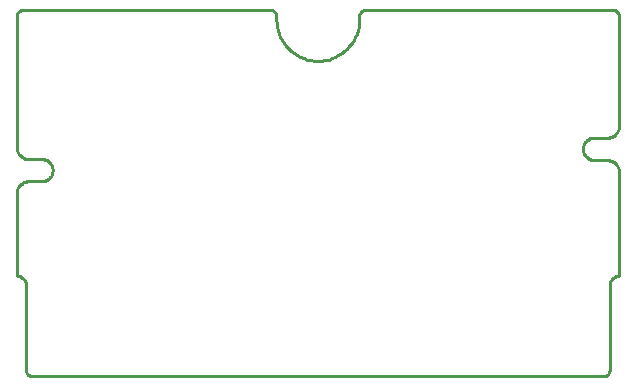
<source format=gbr>
G04 EAGLE Gerber RS-274X export*
G75*
%MOMM*%
%FSLAX34Y34*%
%LPD*%
%IN*%
%IPPOS*%
%AMOC8*
5,1,8,0,0,1.08239X$1,22.5*%
G01*
%ADD10C,0.254000*%


D10*
X0Y85000D02*
X697Y84970D01*
X1389Y84878D01*
X2071Y84727D01*
X2736Y84518D01*
X3381Y84250D01*
X4000Y83928D01*
X4589Y83553D01*
X5142Y83128D01*
X5657Y82657D01*
X6128Y82142D01*
X6553Y81589D01*
X6928Y81000D01*
X7250Y80381D01*
X7518Y79736D01*
X7727Y79071D01*
X7878Y78389D01*
X7970Y77697D01*
X8000Y77000D01*
X8000Y5000D01*
X8019Y4564D01*
X8076Y4132D01*
X8170Y3706D01*
X8302Y3290D01*
X8468Y2887D01*
X8670Y2500D01*
X8904Y2132D01*
X9170Y1786D01*
X9464Y1464D01*
X9786Y1170D01*
X10132Y904D01*
X10500Y670D01*
X10887Y468D01*
X11290Y302D01*
X11706Y170D01*
X12132Y76D01*
X12564Y19D01*
X13000Y0D01*
X497000Y0D01*
X497436Y19D01*
X497868Y76D01*
X498294Y170D01*
X498710Y302D01*
X499113Y468D01*
X499500Y670D01*
X499868Y904D01*
X500214Y1170D01*
X500536Y1464D01*
X500830Y1786D01*
X501096Y2132D01*
X501330Y2500D01*
X501532Y2887D01*
X501698Y3290D01*
X501830Y3706D01*
X501924Y4132D01*
X501981Y4564D01*
X502000Y5000D01*
X502000Y77000D01*
X502030Y77697D01*
X502122Y78389D01*
X502273Y79071D01*
X502482Y79736D01*
X502750Y80381D01*
X503072Y81000D01*
X503447Y81589D01*
X503872Y82142D01*
X504343Y82657D01*
X504858Y83128D01*
X505411Y83553D01*
X506000Y83928D01*
X506619Y84250D01*
X507264Y84518D01*
X507929Y84727D01*
X508611Y84878D01*
X509303Y84970D01*
X510000Y85000D01*
X510000Y173000D01*
X509962Y173872D01*
X509848Y174736D01*
X509659Y175588D01*
X509397Y176420D01*
X509063Y177226D01*
X508660Y178000D01*
X508192Y178736D01*
X507660Y179428D01*
X507071Y180071D01*
X506428Y180660D01*
X505736Y181192D01*
X505000Y181660D01*
X504226Y182063D01*
X503420Y182397D01*
X502588Y182659D01*
X501736Y182848D01*
X500872Y182962D01*
X500000Y183000D01*
X489000Y183000D01*
X488172Y183036D01*
X487350Y183144D01*
X486541Y183324D01*
X485751Y183573D01*
X484985Y183890D01*
X484250Y184273D01*
X483551Y184718D01*
X482894Y185223D01*
X482283Y185783D01*
X481723Y186394D01*
X481218Y187051D01*
X480773Y187750D01*
X480390Y188485D01*
X480073Y189251D01*
X479824Y190041D01*
X479644Y190850D01*
X479536Y191672D01*
X479500Y192500D01*
X479536Y193328D01*
X479644Y194150D01*
X479824Y194959D01*
X480073Y195749D01*
X480390Y196515D01*
X480773Y197250D01*
X481218Y197949D01*
X481723Y198606D01*
X482283Y199218D01*
X482894Y199777D01*
X483551Y200282D01*
X484250Y200727D01*
X484985Y201110D01*
X485751Y201427D01*
X486541Y201676D01*
X487350Y201856D01*
X488172Y201964D01*
X489000Y202000D01*
X500000Y202000D01*
X500872Y202038D01*
X501736Y202152D01*
X502588Y202341D01*
X503420Y202603D01*
X504226Y202937D01*
X505000Y203340D01*
X505736Y203808D01*
X506428Y204340D01*
X507071Y204929D01*
X507660Y205572D01*
X508192Y206264D01*
X508660Y207000D01*
X509063Y207774D01*
X509397Y208580D01*
X509659Y209412D01*
X509848Y210264D01*
X509962Y211128D01*
X510000Y212000D01*
X510000Y305000D01*
X509981Y305436D01*
X509924Y305868D01*
X509830Y306294D01*
X509698Y306710D01*
X509532Y307113D01*
X509330Y307500D01*
X509096Y307868D01*
X508830Y308214D01*
X508536Y308536D01*
X508214Y308830D01*
X507868Y309096D01*
X507500Y309330D01*
X507113Y309532D01*
X506710Y309698D01*
X506294Y309830D01*
X505868Y309924D01*
X505436Y309981D01*
X505000Y310000D01*
X295000Y310000D01*
X294564Y309981D01*
X294132Y309924D01*
X293706Y309830D01*
X293290Y309698D01*
X292887Y309532D01*
X292500Y309330D01*
X292132Y309096D01*
X291786Y308830D01*
X291464Y308536D01*
X291170Y308214D01*
X290904Y307868D01*
X290670Y307500D01*
X290468Y307113D01*
X290302Y306710D01*
X290170Y306294D01*
X290076Y305868D01*
X290019Y305436D01*
X290000Y305000D01*
X290000Y302000D01*
X289867Y298950D01*
X289468Y295922D01*
X288807Y292941D01*
X287889Y290029D01*
X286721Y287208D01*
X285311Y284500D01*
X283670Y281925D01*
X281812Y279502D01*
X279749Y277251D01*
X277498Y275188D01*
X275075Y273330D01*
X272500Y271689D01*
X269792Y270279D01*
X266971Y269111D01*
X264059Y268193D01*
X261078Y267532D01*
X258050Y267133D01*
X255000Y267000D01*
X251950Y267133D01*
X248922Y267532D01*
X245941Y268193D01*
X243029Y269111D01*
X240208Y270279D01*
X237500Y271689D01*
X234925Y273330D01*
X232502Y275188D01*
X230251Y277251D01*
X228188Y279502D01*
X226330Y281925D01*
X224689Y284500D01*
X223279Y287208D01*
X222111Y290029D01*
X221193Y292941D01*
X220532Y295922D01*
X220133Y298950D01*
X220000Y302000D01*
X220000Y305000D01*
X219981Y305436D01*
X219924Y305868D01*
X219830Y306294D01*
X219698Y306710D01*
X219532Y307113D01*
X219330Y307500D01*
X219096Y307868D01*
X218830Y308214D01*
X218536Y308536D01*
X218214Y308830D01*
X217868Y309096D01*
X217500Y309330D01*
X217113Y309532D01*
X216710Y309698D01*
X216294Y309830D01*
X215868Y309924D01*
X215436Y309981D01*
X215000Y310000D01*
X5000Y310000D01*
X4564Y309981D01*
X4132Y309924D01*
X3706Y309830D01*
X3290Y309698D01*
X2887Y309532D01*
X2500Y309330D01*
X2132Y309096D01*
X1786Y308830D01*
X1464Y308536D01*
X1170Y308214D01*
X904Y307868D01*
X670Y307500D01*
X468Y307113D01*
X302Y306710D01*
X170Y306294D01*
X76Y305868D01*
X19Y305436D01*
X0Y305000D01*
X0Y194000D01*
X38Y193128D01*
X152Y192264D01*
X341Y191412D01*
X603Y190580D01*
X937Y189774D01*
X1340Y189000D01*
X1808Y188264D01*
X2340Y187572D01*
X2929Y186929D01*
X3572Y186340D01*
X4264Y185808D01*
X5000Y185340D01*
X5774Y184937D01*
X6580Y184603D01*
X7412Y184341D01*
X8264Y184152D01*
X9128Y184038D01*
X10000Y184000D01*
X21000Y184000D01*
X21828Y183964D01*
X22650Y183856D01*
X23459Y183676D01*
X24249Y183427D01*
X25015Y183110D01*
X25750Y182727D01*
X26449Y182282D01*
X27106Y181777D01*
X27718Y181218D01*
X28277Y180606D01*
X28782Y179949D01*
X29227Y179250D01*
X29610Y178515D01*
X29927Y177749D01*
X30176Y176959D01*
X30356Y176150D01*
X30464Y175328D01*
X30500Y174500D01*
X30464Y173672D01*
X30356Y172850D01*
X30176Y172041D01*
X29927Y171251D01*
X29610Y170485D01*
X29227Y169750D01*
X28782Y169051D01*
X28277Y168394D01*
X27718Y167783D01*
X27106Y167223D01*
X26449Y166718D01*
X25750Y166273D01*
X25015Y165890D01*
X24249Y165573D01*
X23459Y165324D01*
X22650Y165144D01*
X21828Y165036D01*
X21000Y165000D01*
X10000Y165000D01*
X9128Y164962D01*
X8264Y164848D01*
X7412Y164659D01*
X6580Y164397D01*
X5774Y164063D01*
X5000Y163660D01*
X4264Y163192D01*
X3572Y162660D01*
X2929Y162071D01*
X2340Y161428D01*
X1808Y160736D01*
X1340Y160000D01*
X937Y159226D01*
X603Y158420D01*
X341Y157588D01*
X152Y156736D01*
X38Y155872D01*
X0Y155000D01*
X0Y85000D01*
M02*

</source>
